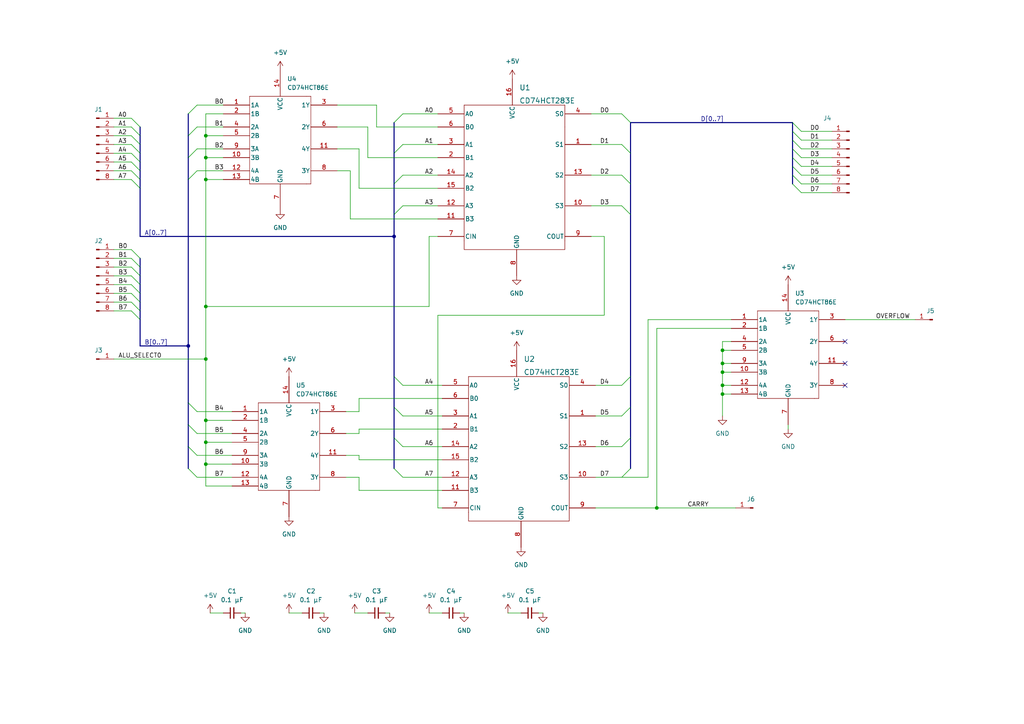
<source format=kicad_sch>
(kicad_sch (version 20211123) (generator eeschema)
  (paper "A4")
  (title_block (title "i281 8-Bit Adder/Subtraction") (date "2023-10-31") (rev "A") (company "sdmay24-14"))
  (lib_symbols
    (symbol "2023-10-28_21-49-09:CD74HCT86E" (pin_names (offset 0.254))
      (property "Reference" "U?" (at 20.32 8.89 0))
      (property "Value" "CD74HCT86E" (at 22.86 6.35 0))
      (symbol "CD74HCT86E_0_1"
        (polyline (pts (xy 7.62 5.08) (xy 7.62 -20.32)) (stroke (width 0.127)))
        (polyline (pts (xy 7.62 5.08) (xy 24.13 5.08)))
        (polyline (pts (xy 24.13 -20.32) (xy 7.62 -20.32)))
        (polyline (pts (xy 24.13 -20.32) (xy 25.4 -20.32)))
        (polyline (pts (xy 24.13 5.08) (xy 25.4 5.08)))
        (polyline (pts (xy 25.4 -20.32) (xy 25.4 5.08)) (stroke (width 0.127)))
        (pin input line (at 0 2.54 0) (length 7.62) (name "1A") (number "1"))
        (pin input line (at 0 -12.7 0) (length 7.62) (name "3B") (number "10"))
        (pin output line (at 33.02 -10.16 180) (length 7.62) (name "4Y") (number "11"))
        (pin input line (at 0 -16.51 0) (length 7.62) (name "4A") (number "12"))
        (pin input line (at 0 -19.05 0) (length 7.62) (name "4B") (number "13"))
        (pin power_in line (at 16.51 12.7 270) (length 7.62) (name "VCC") (number "14"))
        (pin input line (at 0 0 0) (length 7.62) (name "1B") (number "2"))
        (pin output line (at 33.02 2.54 180) (length 7.62) (name "1Y") (number "3"))
        (pin input line (at 0 -3.81 0) (length 7.62) (name "2A") (number "4"))
        (pin input line (at 0 -6.35 0) (length 7.62) (name "2B") (number "5"))
        (pin output line (at 33.02 -3.81 180) (length 7.62) (name "2Y") (number "6"))
        (pin power_in line (at 16.51 -27.94 90) (length 7.62) (name "GND") (number "7"))
        (pin output line (at 33.02 -16.51 180) (length 7.62) (name "3Y") (number "8"))
        (pin input line (at 0 -10.16 0) (length 7.62) (name "3A") (number "9"))
      )
    )
    (symbol "CD74HCT283E_2" (pin_names (offset 0.254))
      (property "Reference" "U1" (at 39.37 -1.27 0))
      (property "Value" "CD74HCT283E" (at 44.45 -5.08 0))
      (symbol "CD74HCT283E_2_0_1"
        (polyline (pts (xy 20.32 -6.35) (xy 20.32 -45.72)))
        (polyline (pts (xy 20.32 -6.35) (xy 49.53 -6.35)))
        (polyline (pts (xy 49.53 -12.7) (xy 49.53 -45.72)))
        (polyline (pts (xy 49.53 -6.35) (xy 49.53 -12.7)))
        (polyline (pts (xy 49.53 -45.72) (xy 49.53 -48.26) (xy 20.32 -48.26) (xy 20.32 -45.72)))
        (pin output line (at 57.15 -17.78 180) (length 7.62) (name "S1") (number "1"))
        (pin output line (at 57.15 -35.56 180) (length 7.62) (name "S3") (number "10"))
        (pin input line (at 12.7 -39.37 0) (length 7.62) (name "B3") (number "11"))
        (pin input line (at 12.7 -35.56 0) (length 7.62) (name "A3") (number "12"))
        (pin output line (at 57.15 -26.67 180) (length 7.62) (name "S2") (number "13"))
        (pin input line (at 12.7 -26.67 0) (length 7.62) (name "A2") (number "14"))
        (pin input line (at 12.7 -30.48 0) (length 7.62) (name "B2") (number "15"))
        (pin power_in line (at 34.29 1.27 270) (length 7.62) (name "VCC") (number "16"))
        (pin input line (at 12.7 -21.59 0) (length 7.62) (name "B1") (number "2"))
        (pin input line (at 12.7 -17.78 0) (length 7.62) (name "A1") (number "3"))
        (pin output line (at 57.15 -8.89 180) (length 7.62) (name "S0") (number "4"))
        (pin input line (at 12.7 -8.89 0) (length 7.62) (name "A0") (number "5"))
        (pin input line (at 12.7 -12.7 0) (length 7.62) (name "B0") (number "6"))
        (pin input line (at 12.7 -44.45 0) (length 7.62) (name "CIN") (number "7"))
        (pin power_in line (at 35.56 -55.88 90) (length 7.62) (name "GND") (number "8"))
        (pin output line (at 57.15 -44.45 180) (length 7.62) (name "COUT") (number "9"))
      )
    )
    (symbol "Connector:Conn_01x01_Male" (pin_names (offset 1.016) hide)
      (property "Reference" "J" (at 0 2.54 0))
      (property "Value" "Conn_01x01_Male" (at 0 -2.54 0))
      (symbol "Conn_01x01_Male_1_1"
        (polyline (pts (xy 1.27 0) (xy 0.8636 0)) (stroke (width 0.1524)))
        (rectangle (start 0.8636 0.127) (end 0 -0.127) (stroke (width 0.1524)) (fill (type outline)))
        (pin passive line (at 5.08 0 180) (length 3.81) (name "Pin_1") (number "1"))
      )
    )
    (symbol "Connector:Conn_01x08_Male" (pin_names (offset 1.016) hide)
      (property "Reference" "J" (at 0 10.16 0))
      (property "Value" "Conn_01x08_Male" (at 0 -12.7 0))
      (symbol "Conn_01x08_Male_1_1"
        (polyline (pts (xy 1.27 -10.16) (xy 0.8636 -10.16)) (stroke (width 0.1524)))
        (polyline (pts (xy 1.27 -7.62) (xy 0.8636 -7.62)) (stroke (width 0.1524)))
        (polyline (pts (xy 1.27 -5.08) (xy 0.8636 -5.08)) (stroke (width 0.1524)))
        (polyline (pts (xy 1.27 -2.54) (xy 0.8636 -2.54)) (stroke (width 0.1524)))
        (polyline (pts (xy 1.27 0) (xy 0.8636 0)) (stroke (width 0.1524)))
        (polyline (pts (xy 1.27 2.54) (xy 0.8636 2.54)) (stroke (width 0.1524)))
        (polyline (pts (xy 1.27 5.08) (xy 0.8636 5.08)) (stroke (width 0.1524)))
        (polyline (pts (xy 1.27 7.62) (xy 0.8636 7.62)) (stroke (width 0.1524)))
        (rectangle (start 0.8636 -10.033) (end 0 -10.287) (stroke (width 0.1524)) (fill (type outline)))
        (rectangle (start 0.8636 -7.493) (end 0 -7.747) (stroke (width 0.1524)) (fill (type outline)))
        (rectangle (start 0.8636 -4.953) (end 0 -5.207) (stroke (width 0.1524)) (fill (type outline)))
        (rectangle (start 0.8636 -2.413) (end 0 -2.667) (stroke (width 0.1524)) (fill (type outline)))
        (rectangle (start 0.8636 0.127) (end 0 -0.127) (stroke (width 0.1524)) (fill (type outline)))
        (rectangle (start 0.8636 2.667) (end 0 2.413) (stroke (width 0.1524)) (fill (type outline)))
        (rectangle (start 0.8636 5.207) (end 0 4.953) (stroke (width 0.1524)) (fill (type outline)))
        (rectangle (start 0.8636 7.747) (end 0 7.493) (stroke (width 0.1524)) (fill (type outline)))
        (pin passive line (at 5.08 7.62 180) (length 3.81) (name "Pin_1") (number "1"))
        (pin passive line (at 5.08 5.08 180) (length 3.81) (name "Pin_2") (number "2"))
        (pin passive line (at 5.08 2.54 180) (length 3.81) (name "Pin_3") (number "3"))
        (pin passive line (at 5.08 0 180) (length 3.81) (name "Pin_4") (number "4"))
        (pin passive line (at 5.08 -2.54 180) (length 3.81) (name "Pin_5") (number "5"))
        (pin passive line (at 5.08 -5.08 180) (length 3.81) (name "Pin_6") (number "6"))
        (pin passive line (at 5.08 -7.62 180) (length 3.81) (name "Pin_7") (number "7"))
        (pin passive line (at 5.08 -10.16 180) (length 3.81) (name "Pin_8") (number "8"))
      )
    )
    (symbol "Device:C_Small" (pin_numbers hide) (pin_names (offset 0.254) hide)
      (property "Reference" "C" (at 0.254 1.778 0))
      (property "Value" "C_Small" (at 0.254 -2.032 0))
      (symbol "C_Small_0_1"
        (polyline (pts (xy -1.524 -0.508) (xy 1.524 -0.508)) (stroke (width 0.3302)))
        (polyline (pts (xy -1.524 0.508) (xy 1.524 0.508)) (stroke (width 0.3048)))
      )
      (symbol "C_Small_1_1"
        (pin passive line (at 0 2.54 270) (length 2.032) (name "~") (number "1"))
        (pin passive line (at 0 -2.54 90) (length 2.032) (name "~") (number "2"))
      )
    )
    (symbol "power:+5V" (power) (pin_names (offset 0))
      (property "Value" "+5V" (at 0 3.556 0))
      (symbol "+5V_0_1"
        (polyline (pts (xy -0.762 1.27) (xy 0 2.54)))
        (polyline (pts (xy 0 0) (xy 0 2.54)))
        (polyline (pts (xy 0 2.54) (xy 0.762 1.27)))
      )
      (symbol "+5V_1_1"
        (pin power_in line (at 0 0 90) (length 0) hide (name "+5V") (number "1"))
      )
    )
    (symbol "power:GND" (power) (pin_names (offset 0))
      (property "Value" "GND" (at 0 -3.81 0))
      (symbol "GND_0_1"
        (polyline (pts (xy 0 0) (xy 0 -1.27) (xy 1.27 -1.27) (xy 0 -2.54) (xy -1.27 -1.27) (xy 0 -1.27)))
      )
      (symbol "GND_1_1"
        (pin power_in line (at 0 0 270) (length 0) hide (name "GND") (number "1"))
      )
    )
  )
  (junction (at 59.69 88.9))
  (junction (at 59.69 39.37))
  (junction (at 209.55 105.41))
  (junction (at 54.61 100.33))
  (junction (at 209.55 107.95))
  (junction (at 209.55 114.3))
  (junction (at 59.69 134.62))
  (junction (at 190.5 147.32))
  (junction (at 59.69 128.27))
  (junction (at 59.69 45.72))
  (junction (at 114.3 68.58))
  (junction (at 59.69 104.14))
  (junction (at 209.55 101.6))
  (junction (at 59.69 121.92))
  (junction (at 209.55 111.76))
  (junction (at 59.69 52.07))
  (no_connect (at 245.11 99.06))
  (no_connect (at 245.11 111.76))
  (no_connect (at 245.11 105.41))
  (bus_entry (at 54.61 116.84) (size 2.54 2.54))
  (bus_entry (at 54.61 123.19) (size 2.54 2.54))
  (bus_entry (at 38.1 85.09) (size 2.54 2.54))
  (bus_entry (at 38.1 52.07) (size 2.54 2.54))
  (bus_entry (at 182.88 127) (size -2.54 2.54))
  (bus_entry (at 180.34 33.02) (size 2.54 2.54))
  (bus_entry (at 229.87 40.64) (size 2.54 2.54))
  (bus_entry (at 182.88 118.11) (size -2.54 2.54))
  (bus_entry (at 38.1 44.45) (size 2.54 2.54))
  (bus_entry (at 38.1 49.53) (size 2.54 2.54))
  (bus_entry (at 54.61 45.72) (size 2.54 -2.54))
  (bus_entry (at 116.84 59.69) (size -2.54 2.54))
  (bus_entry (at 38.1 39.37) (size 2.54 2.54))
  (bus_entry (at 229.87 43.18) (size 2.54 2.54))
  (bus_entry (at 229.87 48.26) (size 2.54 2.54))
  (bus_entry (at 54.61 33.02) (size 2.54 -2.54))
  (bus_entry (at 114.3 109.22) (size 2.54 2.54))
  (bus_entry (at 38.1 82.55) (size 2.54 2.54))
  (bus_entry (at 38.1 36.83) (size 2.54 2.54))
  (bus_entry (at 114.3 127) (size 2.54 2.54))
  (bus_entry (at 116.84 33.02) (size -2.54 2.54))
  (bus_entry (at 38.1 87.63) (size 2.54 2.54))
  (bus_entry (at 38.1 74.93) (size 2.54 2.54))
  (bus_entry (at 182.88 135.89) (size -2.54 2.54))
  (bus_entry (at 38.1 72.39) (size 2.54 2.54))
  (bus_entry (at 38.1 41.91) (size 2.54 2.54))
  (bus_entry (at 229.87 45.72) (size 2.54 2.54))
  (bus_entry (at 114.3 118.11) (size 2.54 2.54))
  (bus_entry (at 38.1 80.01) (size 2.54 2.54))
  (bus_entry (at 114.3 135.89) (size 2.54 2.54))
  (bus_entry (at 54.61 135.89) (size 2.54 2.54))
  (bus_entry (at 116.84 41.91) (size -2.54 2.54))
  (bus_entry (at 229.87 53.34) (size 2.54 2.54))
  (bus_entry (at 180.34 59.69) (size 2.54 2.54))
  (bus_entry (at 116.84 50.8) (size -2.54 2.54))
  (bus_entry (at 38.1 46.99) (size 2.54 2.54))
  (bus_entry (at 38.1 34.29) (size 2.54 2.54))
  (bus_entry (at 38.1 90.17) (size 2.54 2.54))
  (bus_entry (at 229.87 50.8) (size 2.54 2.54))
  (bus_entry (at 180.34 50.8) (size 2.54 2.54))
  (bus_entry (at 54.61 52.07) (size 2.54 -2.54))
  (bus_entry (at 229.87 35.56) (size 2.54 2.54))
  (bus_entry (at 182.88 109.22) (size -2.54 2.54))
  (bus_entry (at 54.61 129.54) (size 2.54 2.54))
  (bus_entry (at 54.61 39.37) (size 2.54 -2.54))
  (bus_entry (at 180.34 41.91) (size 2.54 2.54))
  (bus_entry (at 229.87 38.1) (size 2.54 2.54))
  (bus_entry (at 38.1 77.47) (size 2.54 2.54))
  (bus (pts (xy 182.88 62.23) (xy 182.88 109.22)))
  (wire (pts (xy 33.02 77.47) (xy 38.1 77.47)))
  (wire (pts (xy 228.6 123.19) (xy 228.6 124.46)))
  (wire (pts (xy 209.55 107.95) (xy 209.55 111.76)))
  (wire (pts (xy 172.72 129.54) (xy 180.34 129.54)))
  (bus (pts (xy 114.3 109.22) (xy 114.3 118.11)))
  (wire (pts (xy 59.69 39.37) (xy 64.77 39.37)))
  (bus (pts (xy 229.87 43.18) (xy 229.87 45.72)))
  (wire (pts (xy 128.27 142.24) (xy 104.14 142.24)))
  (wire (pts (xy 57.15 138.43) (xy 67.31 138.43)))
  (bus (pts (xy 54.61 52.07) (xy 54.61 100.33)))
  (wire (pts (xy 128.27 133.35) (xy 104.14 133.35)))
  (bus (pts (xy 229.87 38.1) (xy 229.87 40.64)))
  (wire (pts (xy 172.72 138.43) (xy 180.34 138.43)))
  (wire (pts (xy 104.14 132.08) (xy 100.33 132.08)))
  (wire (pts (xy 59.69 88.9) (xy 59.69 52.07)))
  (wire (pts (xy 190.5 95.25) (xy 190.5 147.32)))
  (wire (pts (xy 102.87 177.8) (xy 106.68 177.8)))
  (wire (pts (xy 245.11 92.71) (xy 265.43 92.71)))
  (wire (pts (xy 33.02 41.91) (xy 38.1 41.91)))
  (bus (pts (xy 182.88 53.34) (xy 182.88 62.23)))
  (wire (pts (xy 209.55 105.41) (xy 209.55 107.95)))
  (bus (pts (xy 114.3 53.34) (xy 114.3 62.23)))
  (bus (pts (xy 40.64 77.47) (xy 40.64 80.01)))
  (bus (pts (xy 40.64 52.07) (xy 40.64 54.61)))
  (wire (pts (xy 232.41 38.1) (xy 241.3 38.1)))
  (bus (pts (xy 40.64 80.01) (xy 40.64 82.55)))
  (wire (pts (xy 33.02 52.07) (xy 38.1 52.07)))
  (wire (pts (xy 171.45 68.58) (xy 175.26 68.58)))
  (bus (pts (xy 182.88 44.45) (xy 182.88 53.34)))
  (wire (pts (xy 171.45 59.69) (xy 180.34 59.69)))
  (wire (pts (xy 116.84 59.69) (xy 127 59.69)))
  (wire (pts (xy 172.72 120.65) (xy 180.34 120.65)))
  (wire (pts (xy 33.02 87.63) (xy 38.1 87.63)))
  (wire (pts (xy 232.41 55.88) (xy 241.3 55.88)))
  (bus (pts (xy 40.64 85.09) (xy 40.64 87.63)))
  (wire (pts (xy 124.46 177.8) (xy 128.27 177.8)))
  (bus (pts (xy 182.88 35.56) (xy 182.88 44.45)))
  (wire (pts (xy 104.14 142.24) (xy 104.14 138.43)))
  (wire (pts (xy 190.5 95.25) (xy 212.09 95.25)))
  (wire (pts (xy 101.6 49.53) (xy 97.79 49.53)))
  (wire (pts (xy 124.46 68.58) (xy 124.46 88.9)))
  (wire (pts (xy 97.79 36.83) (xy 106.68 36.83)))
  (bus (pts (xy 182.88 118.11) (xy 182.88 127)))
  (wire (pts (xy 128.27 124.46) (xy 104.14 124.46)))
  (wire (pts (xy 232.41 53.34) (xy 241.3 53.34)))
  (wire (pts (xy 57.15 125.73) (xy 67.31 125.73)))
  (wire (pts (xy 116.84 129.54) (xy 128.27 129.54)))
  (bus (pts (xy 182.88 127) (xy 182.88 135.89)))
  (wire (pts (xy 209.55 107.95) (xy 212.09 107.95)))
  (wire (pts (xy 33.02 34.29) (xy 38.1 34.29)))
  (wire (pts (xy 33.02 90.17) (xy 38.1 90.17)))
  (wire (pts (xy 212.09 99.06) (xy 209.55 99.06)))
  (wire (pts (xy 109.22 30.48) (xy 97.79 30.48)))
  (wire (pts (xy 59.69 52.07) (xy 64.77 52.07)))
  (wire (pts (xy 232.41 40.64) (xy 241.3 40.64)))
  (bus (pts (xy 54.61 33.02) (xy 54.61 39.37)))
  (bus (pts (xy 114.3 127) (xy 114.3 135.89)))
  (wire (pts (xy 156.21 177.8) (xy 157.48 177.8)))
  (wire (pts (xy 171.45 50.8) (xy 180.34 50.8)))
  (wire (pts (xy 59.69 45.72) (xy 64.77 45.72)))
  (wire (pts (xy 171.45 41.91) (xy 180.34 41.91)))
  (wire (pts (xy 92.71 177.8) (xy 93.98 177.8)))
  (wire (pts (xy 33.02 72.39) (xy 38.1 72.39)))
  (bus (pts (xy 182.88 35.56) (xy 229.87 35.56)))
  (wire (pts (xy 33.02 85.09) (xy 38.1 85.09)))
  (wire (pts (xy 187.96 92.71) (xy 187.96 138.43)))
  (bus (pts (xy 229.87 35.56) (xy 229.87 38.1)))
  (wire (pts (xy 209.55 114.3) (xy 209.55 120.65)))
  (bus (pts (xy 54.61 129.54) (xy 54.61 135.89)))
  (wire (pts (xy 209.55 105.41) (xy 212.09 105.41)))
  (bus (pts (xy 54.61 45.72) (xy 54.61 52.07)))
  (wire (pts (xy 116.84 120.65) (xy 128.27 120.65)))
  (wire (pts (xy 101.6 63.5) (xy 101.6 49.53)))
  (wire (pts (xy 171.45 33.02) (xy 180.34 33.02)))
  (wire (pts (xy 57.15 30.48) (xy 64.77 30.48)))
  (wire (pts (xy 111.76 177.8) (xy 113.03 177.8)))
  (bus (pts (xy 114.3 118.11) (xy 114.3 127)))
  (wire (pts (xy 59.69 128.27) (xy 59.69 134.62)))
  (wire (pts (xy 104.14 119.38) (xy 100.33 119.38)))
  (wire (pts (xy 69.85 177.8) (xy 71.12 177.8)))
  (bus (pts (xy 40.64 74.93) (xy 40.64 77.47)))
  (bus (pts (xy 182.88 109.22) (xy 182.88 118.11)))
  (wire (pts (xy 124.46 68.58) (xy 127 68.58)))
  (bus (pts (xy 229.87 45.72) (xy 229.87 48.26)))
  (wire (pts (xy 209.55 114.3) (xy 212.09 114.3)))
  (bus (pts (xy 54.61 116.84) (xy 54.61 123.19)))
  (wire (pts (xy 209.55 111.76) (xy 209.55 114.3)))
  (bus (pts (xy 40.64 49.53) (xy 40.64 52.07)))
  (bus (pts (xy 40.64 46.99) (xy 40.64 49.53)))
  (wire (pts (xy 104.14 125.73) (xy 100.33 125.73)))
  (wire (pts (xy 83.82 177.8) (xy 87.63 177.8)))
  (wire (pts (xy 109.22 36.83) (xy 109.22 30.48)))
  (wire (pts (xy 59.69 128.27) (xy 67.31 128.27)))
  (wire (pts (xy 59.69 134.62) (xy 59.69 140.97)))
  (wire (pts (xy 175.26 68.58) (xy 175.26 91.44)))
  (wire (pts (xy 104.14 133.35) (xy 104.14 132.08)))
  (wire (pts (xy 116.84 41.91) (xy 127 41.91)))
  (bus (pts (xy 40.64 44.45) (xy 40.64 46.99)))
  (wire (pts (xy 33.02 74.93) (xy 38.1 74.93)))
  (wire (pts (xy 116.84 111.76) (xy 128.27 111.76)))
  (bus (pts (xy 40.64 87.63) (xy 40.64 90.17)))
  (wire (pts (xy 33.02 82.55) (xy 38.1 82.55)))
  (bus (pts (xy 229.87 48.26) (xy 229.87 50.8)))
  (bus (pts (xy 229.87 50.8) (xy 229.87 53.34)))
  (wire (pts (xy 172.72 147.32) (xy 190.5 147.32)))
  (wire (pts (xy 59.69 52.07) (xy 59.69 45.72)))
  (wire (pts (xy 127 147.32) (xy 128.27 147.32)))
  (wire (pts (xy 33.02 46.99) (xy 38.1 46.99)))
  (wire (pts (xy 59.69 33.02) (xy 64.77 33.02)))
  (wire (pts (xy 106.68 45.72) (xy 127 45.72)))
  (wire (pts (xy 180.34 138.43) (xy 187.96 138.43)))
  (wire (pts (xy 57.15 36.83) (xy 64.77 36.83)))
  (wire (pts (xy 33.02 104.14) (xy 59.69 104.14)))
  (wire (pts (xy 128.27 115.57) (xy 104.14 115.57)))
  (wire (pts (xy 104.14 43.18) (xy 104.14 54.61)))
  (bus (pts (xy 229.87 40.64) (xy 229.87 43.18)))
  (bus (pts (xy 40.64 39.37) (xy 40.64 41.91)))
  (wire (pts (xy 57.15 119.38) (xy 67.31 119.38)))
  (bus (pts (xy 54.61 123.19) (xy 54.61 129.54)))
  (bus (pts (xy 40.64 82.55) (xy 40.64 85.09)))
  (wire (pts (xy 127 63.5) (xy 101.6 63.5)))
  (wire (pts (xy 104.14 54.61) (xy 127 54.61)))
  (bus (pts (xy 114.3 44.45) (xy 114.3 53.34)))
  (wire (pts (xy 104.14 138.43) (xy 100.33 138.43)))
  (bus (pts (xy 114.3 35.56) (xy 114.3 44.45)))
  (wire (pts (xy 212.09 92.71) (xy 187.96 92.71)))
  (wire (pts (xy 209.55 101.6) (xy 209.55 105.41)))
  (bus (pts (xy 40.64 68.58) (xy 114.3 68.58)))
  (wire (pts (xy 104.14 124.46) (xy 104.14 125.73)))
  (wire (pts (xy 190.5 147.32) (xy 213.36 147.32)))
  (wire (pts (xy 209.55 111.76) (xy 212.09 111.76)))
  (wire (pts (xy 232.41 48.26) (xy 241.3 48.26)))
  (wire (pts (xy 59.69 134.62) (xy 67.31 134.62)))
  (wire (pts (xy 97.79 43.18) (xy 104.14 43.18)))
  (bus (pts (xy 40.64 36.83) (xy 40.64 39.37)))
  (wire (pts (xy 57.15 43.18) (xy 64.77 43.18)))
  (wire (pts (xy 127 91.44) (xy 175.26 91.44)))
  (wire (pts (xy 59.69 45.72) (xy 59.69 39.37)))
  (wire (pts (xy 33.02 36.83) (xy 38.1 36.83)))
  (wire (pts (xy 60.96 177.8) (xy 64.77 177.8)))
  (bus (pts (xy 54.61 39.37) (xy 54.61 45.72)))
  (wire (pts (xy 33.02 39.37) (xy 38.1 39.37)))
  (wire (pts (xy 106.68 36.83) (xy 106.68 45.72)))
  (wire (pts (xy 59.69 39.37) (xy 59.69 33.02)))
  (wire (pts (xy 104.14 115.57) (xy 104.14 119.38)))
  (wire (pts (xy 127 36.83) (xy 109.22 36.83)))
  (wire (pts (xy 209.55 101.6) (xy 212.09 101.6)))
  (wire (pts (xy 127 91.44) (xy 127 147.32)))
  (wire (pts (xy 116.84 138.43) (xy 128.27 138.43)))
  (bus (pts (xy 54.61 100.33) (xy 54.61 116.84)))
  (bus (pts (xy 40.64 41.91) (xy 40.64 44.45)))
  (wire (pts (xy 59.69 140.97) (xy 67.31 140.97)))
  (wire (pts (xy 232.41 45.72) (xy 241.3 45.72)))
  (bus (pts (xy 40.64 100.33) (xy 54.61 100.33)))
  (wire (pts (xy 59.69 104.14) (xy 59.69 88.9)))
  (bus (pts (xy 114.3 62.23) (xy 114.3 68.58)))
  (wire (pts (xy 33.02 80.01) (xy 38.1 80.01)))
  (wire (pts (xy 59.69 121.92) (xy 67.31 121.92)))
  (wire (pts (xy 59.69 88.9) (xy 124.46 88.9)))
  (wire (pts (xy 232.41 43.18) (xy 241.3 43.18)))
  (bus (pts (xy 114.3 68.58) (xy 114.3 109.22)))
  (wire (pts (xy 116.84 50.8) (xy 127 50.8)))
  (wire (pts (xy 33.02 44.45) (xy 38.1 44.45)))
  (bus (pts (xy 40.64 54.61) (xy 40.64 68.58)))
  (bus (pts (xy 40.64 90.17) (xy 40.64 92.71)))
  (wire (pts (xy 172.72 111.76) (xy 180.34 111.76)))
  (wire (pts (xy 59.69 104.14) (xy 59.69 121.92)))
  (wire (pts (xy 232.41 50.8) (xy 241.3 50.8)))
  (bus (pts (xy 40.64 92.71) (xy 40.64 100.33)))
  (wire (pts (xy 59.69 121.92) (xy 59.69 128.27)))
  (wire (pts (xy 116.84 33.02) (xy 127 33.02)))
  (wire (pts (xy 57.15 132.08) (xy 67.31 132.08)))
  (wire (pts (xy 33.02 49.53) (xy 38.1 49.53)))
  (wire (pts (xy 147.32 177.8) (xy 151.13 177.8)))
  (wire (pts (xy 57.15 49.53) (xy 64.77 49.53)))
  (wire (pts (xy 133.35 177.8) (xy 134.62 177.8)))
  (wire (pts (xy 209.55 99.06) (xy 209.55 101.6)))
  (label "D0" (at 234.95 38.1 0))
  (label "A6" (at 123.19 129.54 0))
  (label "OVERFLOW" (at 254 92.71 0))
  (label "D[0..7]" (at 203.2 35.56 0))
  (label "CARRY" (at 199.39 147.32 0))
  (label "D7" (at 234.95 55.88 0))
  (label "D1" (at 173.99 41.91 0))
  (label "A[0..7]" (at 41.91 68.58 0))
  (label "D7" (at 173.99 138.43 0))
  (label "B6" (at 62.23 132.08 0))
  (label "B0" (at 62.23 30.48 0))
  (label "B3" (at 34.29 80.01 0))
  (label "A6" (at 34.29 49.53 0))
  (label "D1" (at 234.95 40.64 0))
  (label "A4" (at 34.29 44.45 0))
  (label "A1" (at 34.29 36.83 0))
  (label "A7" (at 34.29 52.07 0))
  (label "B4" (at 34.29 82.55 0))
  (label "D4" (at 173.99 111.76 0))
  (label "A7" (at 123.19 138.43 0))
  (label "B7" (at 62.23 138.43 0))
  (label "B0" (at 34.29 72.39 0))
  (label "B3" (at 62.23 49.53 0))
  (label "A2" (at 123.19 50.8 0))
  (label "D2" (at 173.99 50.8 0))
  (label "A0" (at 123.19 33.02 0))
  (label "B5" (at 34.29 85.09 0))
  (label "A3" (at 34.29 41.91 0))
  (label "A3" (at 123.19 59.69 0))
  (label "B6" (at 34.29 87.63 0))
  (label "B2" (at 34.29 77.47 0))
  (label "D3" (at 173.99 59.69 0))
  (label "D6" (at 234.95 53.34 0))
  (label "B1" (at 34.29 74.93 0))
  (label "B2" (at 62.23 43.18 0))
  (label "D0" (at 173.99 33.02 0))
  (label "A5" (at 34.29 46.99 0))
  (label "B5" (at 62.23 125.73 0))
  (label "ALU_SELECT0" (at 34.29 104.14 0))
  (label "A0" (at 34.29 34.29 0))
  (label "D3" (at 234.95 45.72 0))
  (label "A5" (at 123.19 120.65 0))
  (label "A2" (at 34.29 39.37 0))
  (label "B1" (at 62.23 36.83 0))
  (label "D2" (at 234.95 43.18 0))
  (label "D6" (at 173.99 129.54 0))
  (label "D4" (at 234.95 48.26 0))
  (label "D5" (at 234.95 50.8 0))
  (label "B7" (at 34.29 90.17 0))
  (label "B4" (at 62.23 119.38 0))
  (label "D5" (at 173.99 120.65 0))
  (label "A1" (at 123.19 41.91 0))
  (label "B[0..7]" (at 41.91 100.33 0))
  (label "A4" (at 123.19 111.76 0))
  (symbol (lib_id "Connector:Conn_01x01_Male") (at 27.94 104.14 0) (unit 1)
    (property "Reference" "J3" (at 28.575 101.6 0))
    (property "Value" "Conn_01x01_Male" (effects hide))
  )
  (symbol (lib_id "Connector:Conn_01x08_Male") (at 27.94 80.01 0) (unit 1)
    (property "Reference" "J2" (at 28.575 69.85 0))
    (property "Value" "Conn_01x08_Male" (effects hide))
  )
  (symbol (lib_id "power:+5V") (at 124.46 177.8 0) (unit 1)
    (property "Reference" "#PWR?" (effects hide))
    (property "Value" "+5V" (at 124.46 172.72 0))
  )
  (symbol (lib_id "power:GND") (at 149.86 80.01 0) (unit 1)
    (property "Reference" "#PWR?" (effects hide))
    (property "Value" "GND" (at 149.86 85.09 0))
  )
  (symbol (lib_id "power:GND") (at 83.82 149.86 0) (unit 1)
    (property "Reference" "#PWR?" (effects hide))
    (property "Value" "GND" (at 83.82 154.94 0))
  )
  (symbol (lib_id "power:+5V") (at 148.59 22.86 0) (unit 1)
    (property "Reference" "#PWR?" (effects hide))
    (property "Value" "+5V" (at 148.59 17.78 0))
  )
  (symbol (lib_name "CD74HCT283E_2") (lib_id "2023-10-27_22-10-53:CD74HCT283E") (at 115.57 102.87 0) (unit 1)
    (property "Reference" "U2" (at 151.8794 104.14 0) (effects (font (size 1.524 1.524)) (justify left)))
    (property "Value" "CD74HCT283E" (at 151.8794 107.95 0) (effects (font (size 1.524 1.524)) (justify left)))
    (property "Footprint" "N16" (effects hide))
    (property "Datasheet" "CD74HCT283E" (effects hide))
  )
  (symbol (lib_id "2023-10-28_21-49-09:CD74HCT86E") (at 67.31 121.92 0) (unit 1)
    (property "Reference" "U5" (at 85.8394 111.76 0) (effects (font (size 1.25 1.25)) (justify left)))
    (property "Value" "CD74HCT86E" (at 85.8394 114.3 0) (effects (font (size 1.25 1.25)) (justify left)))
    (property "Footprint" "N14" (effects hide))
    (property "Datasheet" "CD74HCT86E" (effects hide))
  )
  (symbol (lib_id "power:GND") (at 228.6 124.46 0) (unit 1)
    (property "Reference" "#PWR?" (effects hide))
    (property "Value" "GND" (at 228.6 129.54 0))
  )
  (symbol (lib_id "2023-10-28_21-49-09:CD74HCT86E") (at 212.09 95.25 0) (unit 1)
    (property "Reference" "U3" (at 230.6194 85.09 0) (effects (font (size 1.25 1.25)) (justify left)))
    (property "Value" "CD74HCT86E" (at 230.6194 87.63 0) (effects (font (size 1.25 1.25)) (justify left)))
    (property "Footprint" "N14" (effects hide))
    (property "Datasheet" "CD74HCT86E" (effects hide))
  )
  (symbol (lib_id "power:+5V") (at 83.82 109.22 0) (unit 1)
    (property "Reference" "#PWR?" (effects hide))
    (property "Value" "+5V" (at 83.82 104.14 0))
  )
  (symbol (lib_id "power:GND") (at 157.48 177.8 0) (unit 1)
    (property "Reference" "#PWR?" (effects hide))
    (property "Value" "GND" (at 157.48 182.88 0))
  )
  (symbol (lib_id "Device:C_Small") (at 153.67 177.8 90) (unit 1)
    (property "Reference" "C5" (at 153.6763 171.45 90))
    (property "Value" "0.1 µF" (at 153.6763 173.99 90))
  )
  (symbol (lib_id "power:+5V") (at 147.32 177.8 0) (unit 1)
    (property "Reference" "#PWR?" (effects hide))
    (property "Value" "+5V" (at 147.32 172.72 0))
  )
  (symbol (lib_id "Connector:Conn_01x08_Male") (at 27.94 41.91 0) (unit 1)
    (property "Reference" "J1" (at 28.575 31.75 0))
    (property "Value" "Conn_01x08_Male" (effects hide))
  )
  (symbol (lib_id "power:GND") (at 134.62 177.8 0) (unit 1)
    (property "Reference" "#PWR?" (effects hide))
    (property "Value" "GND" (at 134.62 182.88 0))
  )
  (symbol (lib_id "power:GND") (at 113.03 177.8 0) (unit 1)
    (property "Reference" "#PWR?" (effects hide))
    (property "Value" "GND" (at 113.03 182.88 0))
  )
  (symbol (lib_id "power:+5V") (at 228.6 82.55 0) (unit 1)
    (property "Reference" "#PWR?" (effects hide))
    (property "Value" "+5V" (at 228.6 77.47 0))
  )
  (symbol (lib_id "power:+5V") (at 60.96 177.8 0) (unit 1)
    (property "Reference" "#PWR?" (effects hide))
    (property "Value" "+5V" (at 60.96 172.72 0))
  )
  (symbol (lib_id "power:+5V") (at 81.28 20.32 0) (unit 1)
    (property "Reference" "#PWR?" (effects hide))
    (property "Value" "+5V" (at 81.28 15.24 0))
  )
  (symbol (lib_id "Connector:Conn_01x01_Male") (at 270.51 92.71 0) (mirror y) (unit 1)
    (property "Reference" "J5" (at 269.875 90.17 0))
    (property "Value" "Conn_01x01_Male" (effects hide))
  )
  (symbol (lib_name "CD74HCT283E_2") (lib_id "2023-10-27_22-10-53:CD74HCT283E") (at 114.3 24.13 0) (unit 1)
    (property "Reference" "U1" (at 150.6094 25.4 0) (effects (font (size 1.524 1.524)) (justify left)))
    (property "Value" "CD74HCT283E" (at 150.6094 29.21 0) (effects (font (size 1.524 1.524)) (justify left)))
    (property "Footprint" "N16" (effects hide))
    (property "Datasheet" "CD74HCT283E" (effects hide))
  )
  (symbol (lib_id "Connector:Conn_01x01_Male") (at 218.44 147.32 0) (mirror y) (unit 1)
    (property "Reference" "J6" (at 217.805 144.78 0))
    (property "Value" "Conn_01x01_Male" (effects hide))
  )
  (symbol (lib_id "power:GND") (at 151.13 158.75 0) (unit 1)
    (property "Reference" "#PWR?" (effects hide))
    (property "Value" "GND" (at 151.13 163.83 0))
  )
  (symbol (lib_id "power:GND") (at 81.28 60.96 0) (unit 1)
    (property "Reference" "#PWR?" (effects hide))
    (property "Value" "GND" (at 81.28 66.04 0))
  )
  (symbol (lib_id "power:GND") (at 71.12 177.8 0) (unit 1)
    (property "Reference" "#PWR?" (effects hide))
    (property "Value" "GND" (at 71.12 182.88 0))
  )
  (symbol (lib_id "power:GND") (at 93.98 177.8 0) (unit 1)
    (property "Reference" "#PWR?" (effects hide))
    (property "Value" "GND" (at 93.98 182.88 0))
  )
  (symbol (lib_id "2023-10-28_21-49-09:CD74HCT86E") (at 64.77 33.02 0) (unit 1)
    (property "Reference" "U4" (at 83.2994 22.86 0) (effects (font (size 1.25 1.25)) (justify left)))
    (property "Value" "CD74HCT86E" (at 83.2994 25.4 0) (effects (font (size 1.25 1.25)) (justify left)))
    (property "Footprint" "N14" (effects hide))
    (property "Datasheet" "CD74HCT86E" (effects hide))
  )
  (symbol (lib_id "power:+5V") (at 102.87 177.8 0) (unit 1)
    (property "Reference" "#PWR?" (effects hide))
    (property "Value" "+5V" (at 102.87 172.72 0))
  )
  (symbol (lib_id "Device:C_Small") (at 130.81 177.8 90) (unit 1)
    (property "Reference" "C4" (at 130.8163 171.45 90))
    (property "Value" "0.1 µF" (at 130.8163 173.99 90))
  )
  (symbol (lib_id "power:+5V") (at 83.82 177.8 0) (unit 1)
    (property "Reference" "#PWR?" (effects hide))
    (property "Value" "+5V" (at 83.82 172.72 0))
  )
  (symbol (lib_id "Device:C_Small") (at 90.17 177.8 90) (unit 1)
    (property "Reference" "C2" (at 90.1763 171.45 90))
    (property "Value" "0.1 µF" (at 90.1763 173.99 90))
  )
  (symbol (lib_id "Connector:Conn_01x08_Male") (at 246.38 45.72 0) (mirror y) (unit 1)
    (property "Reference" "J4" (at 238.76 34.29 0) (effects (justify right)))
    (property "Value" "Conn_01x08_Male" (effects hide))
  )
  (symbol (lib_id "Device:C_Small") (at 67.31 177.8 90) (unit 1)
    (property "Reference" "C1" (at 67.3163 171.45 90))
    (property "Value" "0.1 µF" (at 67.3163 173.99 90))
  )
  (symbol (lib_id "power:GND") (at 209.55 120.65 0) (unit 1)
    (property "Reference" "#PWR?" (effects hide))
    (property "Value" "GND" (at 209.55 125.73 0))
  )
  (symbol (lib_id "power:+5V") (at 149.86 101.6 0) (unit 1)
    (property "Reference" "#PWR?" (effects hide))
    (property "Value" "+5V" (at 149.86 96.52 0))
  )
  (symbol (lib_id "Device:C_Small") (at 109.22 177.8 90) (unit 1)
    (property "Reference" "C3" (at 109.2263 171.45 90))
    (property "Value" "0.1 µF" (at 109.2263 173.99 90))
  )
)
</source>
